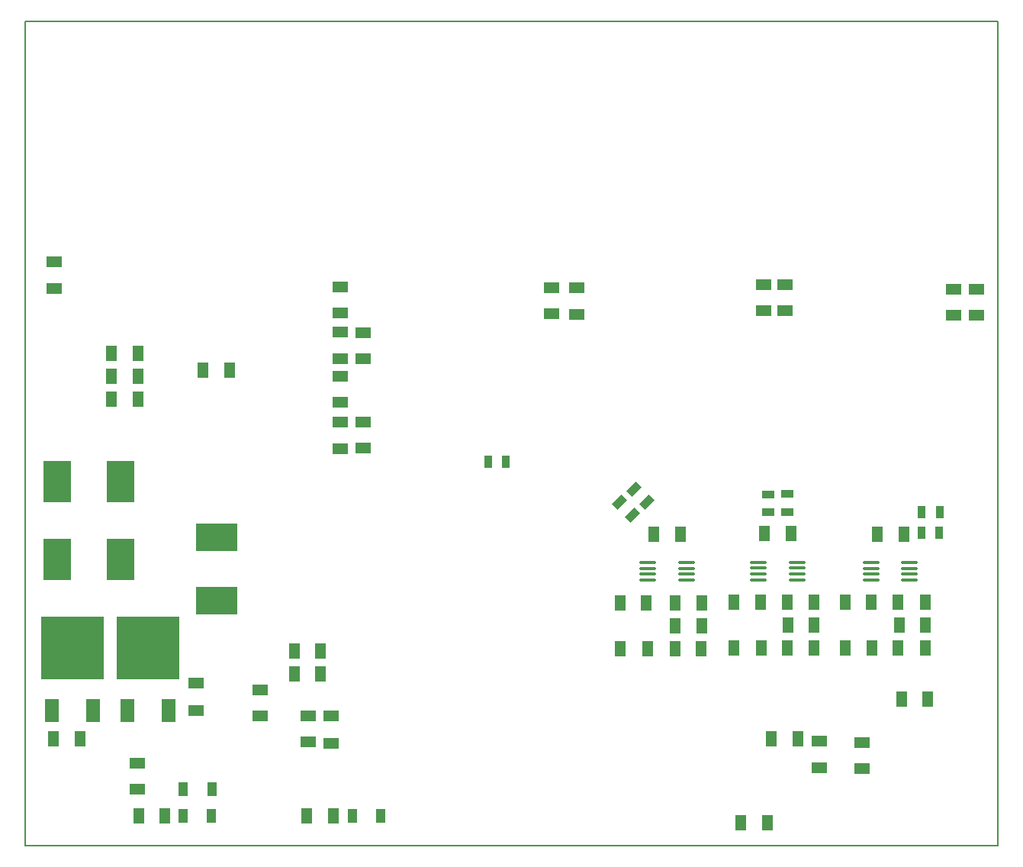
<source format=gbr>
G04 PROTEUS RS274X GERBER FILE*
%FSLAX45Y45*%
%MOMM*%
G01*
%ADD23R,1.803400X1.143000*%
%ADD20R,6.985000X6.985000*%
%ADD21R,1.524000X2.540000*%
%ADD28R,1.143000X1.803400*%
%AMPPAD034*
4,1,36,
0.901700,-0.025400,
0.901700,0.025400,
0.898160,0.061750,
0.887980,0.095370,
0.871810,0.125600,
0.850300,0.151800,
0.824110,0.173310,
0.793870,0.189480,
0.760250,0.199660,
0.723900,0.203200,
-0.723900,0.203200,
-0.760250,0.199660,
-0.793870,0.189480,
-0.824110,0.173310,
-0.850300,0.151800,
-0.871810,0.125600,
-0.887980,0.095370,
-0.898160,0.061750,
-0.901700,0.025400,
-0.901700,-0.025400,
-0.898160,-0.061750,
-0.887980,-0.095370,
-0.871810,-0.125600,
-0.850300,-0.151800,
-0.824110,-0.173310,
-0.793870,-0.189480,
-0.760250,-0.199660,
-0.723900,-0.203200,
0.723900,-0.203200,
0.760250,-0.199660,
0.793870,-0.189480,
0.824110,-0.173310,
0.850300,-0.151800,
0.871810,-0.125600,
0.887980,-0.095370,
0.898160,-0.061750,
0.901700,-0.025400,
0*%
%ADD40PPAD034*%
%ADD41R,1.016000X1.524000*%
%ADD42R,0.939800X1.447800*%
%ADD43R,4.572000X3.048000*%
%AMPPAD038*
4,1,4,
-0.179610,-0.844140,
-0.844140,-0.179610,
0.179610,0.844140,
0.844140,0.179610,
-0.179610,-0.844140,
0*%
%ADD44PPAD038*%
%ADD45R,1.447800X0.939800*%
%ADD46R,3.048000X4.572000*%
%ADD38C,0.203200*%
D23*
X+2413000Y-716000D03*
X+2413000Y-1016000D03*
X+2413000Y-218000D03*
X+2413000Y-508000D03*
X+2667000Y-726000D03*
X+2667000Y-1016000D03*
D20*
X-553200Y-4224020D03*
D21*
X-324600Y-4914900D03*
X-781800Y-4914900D03*
D20*
X+285000Y-4224020D03*
D21*
X+513600Y-4914900D03*
X+56400Y-4914900D03*
D28*
X+173000Y-1460500D03*
X-127000Y-1460500D03*
X+173000Y-952500D03*
X-127000Y-952500D03*
X+173000Y-1206500D03*
X-127000Y-1206500D03*
X+889000Y-1143000D03*
X+1189000Y-1143000D03*
X-469100Y-5232400D03*
X-769100Y-5232400D03*
D23*
X+818400Y-4914900D03*
X+818400Y-4614900D03*
X+2413000Y-1714500D03*
X+2413000Y-2014500D03*
X+2667000Y-1714500D03*
X+2667000Y-2004500D03*
X+2413000Y-1206500D03*
X+2413000Y-1496500D03*
D40*
X+6259000Y-3273402D03*
X+6259000Y-3338402D03*
X+6259000Y-3403402D03*
X+6259000Y-3468402D03*
X+5829000Y-3468402D03*
X+5829000Y-3403402D03*
X+5829000Y-3338402D03*
X+5829000Y-3273402D03*
X+7486107Y-3273033D03*
X+7486107Y-3338033D03*
X+7486107Y-3403033D03*
X+7486107Y-3468033D03*
X+7056107Y-3468033D03*
X+7056107Y-3403033D03*
X+7056107Y-3338033D03*
X+7056107Y-3273033D03*
X+8735869Y-3274533D03*
X+8735869Y-3339533D03*
X+8735869Y-3404533D03*
X+8735869Y-3469533D03*
X+8305869Y-3469533D03*
X+8305869Y-3404533D03*
X+8305869Y-3339533D03*
X+8305869Y-3274533D03*
D28*
X+6195500Y-2957402D03*
X+5895500Y-2957402D03*
X+7422607Y-2957033D03*
X+7122607Y-2957033D03*
X+8672369Y-2958533D03*
X+8372369Y-2958533D03*
X+6432000Y-3719402D03*
X+6132000Y-3719402D03*
X+7676607Y-3719033D03*
X+7376607Y-3719033D03*
X+8908869Y-3719033D03*
X+8608869Y-3719033D03*
X+6432000Y-3973402D03*
X+6132000Y-3973402D03*
X+5824500Y-4227402D03*
X+5524500Y-4227402D03*
X+5524500Y-3719402D03*
X+5814500Y-3719402D03*
X+6422000Y-4227402D03*
X+6132000Y-4227402D03*
X+6787607Y-3719033D03*
X+7077607Y-3719033D03*
X+7676607Y-3973033D03*
X+7386607Y-3973033D03*
X+8019869Y-3719033D03*
X+8309869Y-3719033D03*
X+8908869Y-3973033D03*
X+8618869Y-3973033D03*
X+7087607Y-4227033D03*
X+6787607Y-4227033D03*
X+7676607Y-4227033D03*
X+7376607Y-4227033D03*
X+8319869Y-4227033D03*
X+8019869Y-4227033D03*
X+8908869Y-4227033D03*
X+8608869Y-4227033D03*
X+7158000Y-6159500D03*
X+6858000Y-6159500D03*
D23*
X+2311400Y-4978400D03*
X+2311400Y-5278400D03*
X-762000Y+63500D03*
X-762000Y-236500D03*
D41*
X+673100Y-6083300D03*
X+988060Y-6083300D03*
D23*
X+8204200Y-5272600D03*
X+8204200Y-5562600D03*
D28*
X+7203000Y-5232400D03*
X+7493000Y-5232400D03*
D23*
X+7731100Y-5259900D03*
X+7731100Y-5549900D03*
D28*
X+8643416Y-4793216D03*
X+8933416Y-4793216D03*
X+467800Y-6083300D03*
X+177800Y-6083300D03*
X+1905000Y-4508500D03*
X+2195000Y-4508500D03*
X+1905000Y-4254500D03*
X+2195000Y-4254500D03*
D23*
X+2057400Y-5268400D03*
X+2057400Y-4978400D03*
X+1524000Y-4686300D03*
X+1524000Y-4976300D03*
D42*
X+4054500Y-2159000D03*
X+4254500Y-2159000D03*
D43*
X+1041400Y-2997200D03*
X+1041400Y-3697200D03*
D44*
X+5660311Y-2750411D03*
X+5518890Y-2608990D03*
X+5816600Y-2603500D03*
X+5675178Y-2462078D03*
D45*
X+7162800Y-2717800D03*
X+7162800Y-2517800D03*
X+7378700Y-2714600D03*
X+7378700Y-2514600D03*
D42*
X+8867800Y-2717800D03*
X+9067800Y-2717800D03*
X+8864600Y-2946400D03*
X+9064600Y-2946400D03*
D46*
X-23900Y-2374900D03*
X-723900Y-2374900D03*
X-23900Y-3238500D03*
X-723900Y-3238500D03*
D23*
X+4762500Y-518600D03*
X+4762500Y-228600D03*
X+5041900Y-520700D03*
X+5041900Y-230700D03*
X+7112000Y-480500D03*
X+7112000Y-190500D03*
X+7353300Y-480500D03*
X+7353300Y-190500D03*
X+9220200Y-531300D03*
X+9220200Y-241300D03*
X+9474200Y-531300D03*
X+9474200Y-241300D03*
D41*
X+2552700Y-6083300D03*
X+2867660Y-6083300D03*
D28*
X+2336800Y-6083300D03*
X+2046800Y-6083300D03*
D41*
X+675640Y-5791200D03*
X+990600Y-5791200D03*
D23*
X+165100Y-5791200D03*
X+165100Y-5501200D03*
D38*
X-1079500Y-6413500D02*
X+9715500Y-6413500D01*
X+9715500Y+2730500D01*
X-1079500Y+2730500D01*
X-1079500Y-6413500D01*
M02*

</source>
